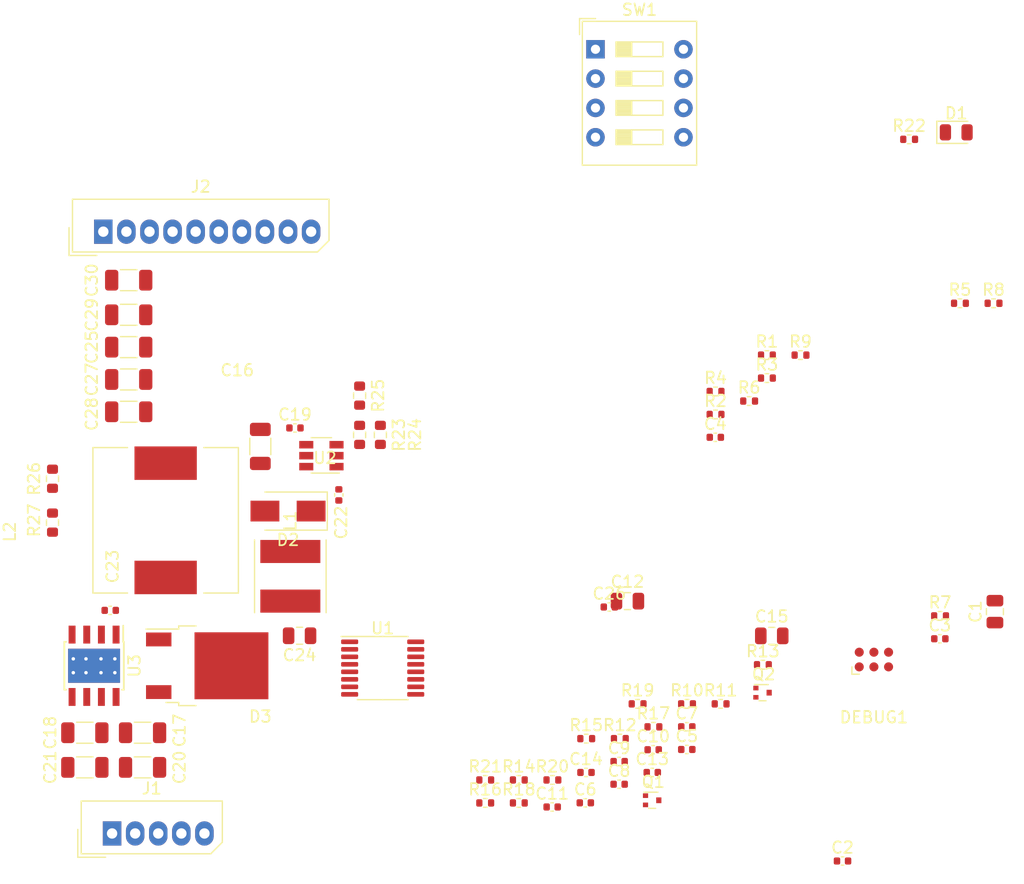
<source format=kicad_pcb>
(kicad_pcb (version 20210606) (generator pcbnew)
  (layers (0 "F.Cu" signal) (31 "B.Cu" signal) (34 "B.Paste" user) (35 "F.Paste" user) (36 "B.SilkS" user "B.Silkscreen") (37 "F.SilkS" user "F.Silkscreen") (38 "B.Mask" user) (39 "F.Mask" user) (44 "Edge.Cuts" user))
  (net 0 "")
  (net 1 "+3V3")
  (net 2 "GND")
  (net 3 "/EN")
  (net 4 "/IO9")
  (net 5 "Net-(C5-Pad1)")
  (net 6 "Net-(C6-Pad1)")
  (net 7 "Net-(C7-Pad1)")
  (net 8 "Net-(C8-Pad1)")
  (net 9 "+12V")
  (net 10 "Net-(C13-Pad1)")
  (net 11 "Net-(C14-Pad1)")
  (net 12 "+24V")
  (net 13 "/Power/PWR_EN")
  (net 14 "/Power/PWR_BOOT")
  (net 15 "/Power/PWR_PHASE")
  (net 16 "Net-(C23-Pad1)")
  (net 17 "/Power/BIG_PH")
  (net 18 "Net-(D1-Pad2)")
  (net 19 "Net-(DEBUG1-Pad2)")
  (net 20 "Net-(DEBUG1-Pad3)")
  (net 21 "Net-(DEBUG1-Pad5)")
  (net 22 "/Parallel_IO/FE_VVIN0")
  (net 23 "/Parallel_IO/FE_VVIN1")
  (net 24 "/Parallel_IO/FE_VVIN2")
  (net 25 "/Parallel_IO/FE_VVIN3")
  (net 26 "/Parallel_IO/FE_VVOU0")
  (net 27 "/Parallel_IO/FE_VVOU1")
  (net 28 "/DIP3")
  (net 29 "/DIP2")
  (net 30 "/DIP1")
  (net 31 "/DIP0")
  (net 32 "/Power/PWR_FB")
  (net 33 "Net-(R24-Pad2)")
  (net 34 "/Power/BIG_VS")
  (footprint "Resistor_SMD:R_0402_1005Metric" (layer "F.Cu") (at 107.54 56.47)
    (fp_text reference "R6" (at 0 -1.17) (layer "F.SilkS"))
    (fp_text value "10k")
    (pad "1" smd roundrect locked (at -0.51 0) (size 0.54 0.64) (layers "F.Cu" "F.Paste" "F.Mask") (net 1 "+3V3"))
    (pad "2" smd roundrect locked (at 0.51 0) (size 0.54 0.64) (layers "F.Cu" "F.Paste" "F.Mask") (net 31 "/DIP0"))
  )
  (footprint "Capacitor_SMD:C_1206_3216Metric" (layer "F.Cu") (at 53.8 54.6 180)
    (fp_text reference "C27" (at 3.2 0 90) (layer "F.SilkS"))
    (fp_text value "10uF 50V")
    (pad "1" smd roundrect locked (at -1.475 0 180) (size 1.15 1.8) (layers "F.Cu" "F.Paste" "F.Mask") (roundrect_rratio 0.217391) (net 9 "+12V"))
    (pad "2" smd roundrect locked (at 1.475 0 180) (size 1.15 1.8) (layers "F.Cu" "F.Paste" "F.Mask") (roundrect_rratio 0.217391) (net 2 "GND"))
  )
  (footprint "Capacitor_SMD:C_0402_1005Metric" (layer "F.Cu") (at 95.43 74.31)
    (fp_text reference "C26" (at 0 -1.16) (layer "F.SilkS"))
    (fp_text value "100nF")
    (pad "1" smd roundrect locked (at -0.48 0) (size 0.56 0.62) (layers "F.Cu" "F.Paste" "F.Mask") (net 1 "+3V3"))
    (pad "2" smd roundrect locked (at 0.48 0) (size 0.56 0.62) (layers "F.Cu" "F.Paste" "F.Mask") (net 2 "GND"))
  )
  (footprint "Connector:Tag-Connect_TC2030-IDC-FP_2x03_P1.27mm_Vertical" (layer "F.Cu") (at 118.3475 78.86)
    (fp_text reference "DEBUG1" (at 0 5) (layer "F.SilkS"))
    (fp_text value "TC2030-IDC")
    (pad "" np_thru_hole circle locked (at 0.635 2.54) (size 2.3749 2.3749) (drill 2.3749) (layers *.Cu *.Mask))
    (pad "" np_thru_hole circle locked (at -2.54 0) (size 0.9906 0.9906) (drill 0.9906) (layers *.Cu *.Mask))
    (pad "" np_thru_hole circle locked (at -2.54 2.54) (size 2.3749 2.3749) (drill 2.3749) (layers *.Cu *.Mask))
    (pad "" np_thru_hole circle locked (at 2.54 -1.016) (size 0.9906 0.9906) (drill 0.9906) (layers *.Cu *.Mask))
    (pad "" np_thru_hole circle locked (at 2.54 1.016) (size 0.9906 0.9906) (drill 0.9906) (layers *.Cu *.Mask))
    (pad "" np_thru_hole circle locked (at 0.635 -2.54) (size 2.3749 2.3749) (drill 2.3749) (layers *.Cu *.Mask))
    (pad "" np_thru_hole circle locked (at -2.54 -2.54) (size 2.3749 2.3749) (drill 2.3749) (layers *.Cu *.Mask))
    (pad "1" connect circle locked (at -1.27 0.635) (size 0.7874 0.7874) (layers "F.Cu" "F.Mask") (net 3 "/EN"))
    (pad "2" connect circle locked (at -1.27 -0.635) (size 0.7874 0.7874) (layers "F.Cu" "F.Mask") (net 19 "Net-(DEBUG1-Pad2)"))
    (pad "3" connect circle locked (at 0 0.635) (size 0.7874 0.7874) (layers "F.Cu" "F.Mask") (net 20 "Net-(DEBUG1-Pad3)"))
    (pad "4" connect circle locked (at 0 -0.635) (size 0.7874 0.7874) (layers "F.Cu" "F.Mask") (net 2 "GND"))
    (pad "5" connect circle locked (at 1.27 0.635) (size 0.7874 0.7874) (layers "F.Cu" "F.Mask") (net 21 "Net-(DEBUG1-Pad5)"))
    (pad "6" connect circle locked (at 1.27 -0.635) (size 0.7874 0.7874) (layers "F.Cu" "F.Mask") (net 4 "/IO9"))
  )
  (footprint "Capacitor_SMD:C_0805_2012Metric" (layer "F.Cu") (at 128.83 74.71 90)
    (fp_text reference "C1" (at 0 -1.68 90) (layer "F.SilkS"))
    (fp_text value "22uF")
    (pad "1" smd roundrect locked (at -0.95 0 90) (size 1 1.45) (layers "F.Cu" "F.Paste" "F.Mask") (net 1 "+3V3"))
    (pad "2" smd roundrect locked (at 0.95 0 90) (size 1 1.45) (layers "F.Cu" "F.Paste" "F.Mask") (net 2 "GND"))
  )
  (footprint "Resistor_SMD:R_0603_1608Metric" (layer "F.Cu") (at 75.6 59.4 -90)
    (fp_text reference "R23" (at 0 -1.6 90) (layer "F.SilkS"))
    (fp_text value "62k")
    (pad "1" smd roundrect locked (at -0.825 0 270) (size 0.8 0.95) (layers "F.Cu" "F.Paste" "F.Mask") (net 1 "+3V3"))
    (pad "2" smd roundrect locked (at 0.825 0 270) (size 0.8 0.95) (layers "F.Cu" "F.Paste" "F.Mask") (net 32 "/Power/PWR_FB"))
  )
  (footprint "Capacitor_SMD:C_0402_1005Metric" (layer "F.Cu") (at 93.35 91.27)
    (fp_text reference "C6" (at 0 -1.16) (layer "F.SilkS"))
    (fp_text value "10nF")
    (pad "1" smd roundrect locked (at -0.48 0) (size 0.56 0.62) (layers "F.Cu" "F.Paste" "F.Mask") (net 6 "Net-(C6-Pad1)"))
    (pad "2" smd roundrect locked (at 0.48 0) (size 0.56 0.62) (layers "F.Cu" "F.Paste" "F.Mask") (net 2 "GND"))
  )
  (footprint "Resistor_SMD:R_0402_1005Metric" (layer "F.Cu") (at 84.68 91.28)
    (fp_text reference "R16" (at 0 -1.17) (layer "F.SilkS"))
    (fp_text value "51k")
    (pad "1" smd roundrect locked (at -0.51 0) (size 0.54 0.64) (layers "F.Cu" "F.Paste" "F.Mask") (net 24 "/Parallel_IO/FE_VVIN2"))
    (pad "2" smd roundrect locked (at 0.51 0) (size 0.54 0.64) (layers "F.Cu" "F.Paste" "F.Mask") (net 7 "Net-(C7-Pad1)"))
  )
  (footprint "Package_TO_SOT_SMD:TSOT-23-6" (layer "F.Cu") (at 70.49 61.2 180)
    (fp_text reference "U2" (at -0.31 -0.2) (layer "F.SilkS"))
    (fp_text value "RT8259GJ6")
    (pad "1" smd rect locked (at -1.31 -0.95 180) (size 1.22 0.65) (layers "F.Cu" "F.Paste" "F.Mask") (net 14 "/Power/PWR_BOOT"))
    (pad "2" smd rect locked (at -1.31 0 180) (size 1.22 0.65) (layers "F.Cu" "F.Paste" "F.Mask") (net 2 "GND"))
    (pad "3" smd rect locked (at -1.31 0.95 180) (size 1.22 0.65) (layers "F.Cu" "F.Paste" "F.Mask") (net 32 "/Power/PWR_FB"))
    (pad "4" smd rect locked (at 1.31 0.95 180) (size 1.22 0.65) (layers "F.Cu" "F.Paste" "F.Mask") (net 13 "/Power/PWR_EN"))
    (pad "5" smd rect locked (at 1.31 0 180) (size 1.22 0.65) (layers "F.Cu" "F.Paste" "F.Mask") (net 9 "+12V"))
    (pad "6" smd rect locked (at 1.31 -0.95 180) (size 1.22 0.65) (layers "F.Cu" "F.Paste" "F.Mask") (net 15 "/Power/PWR_PHASE"))
  )
  (footprint "Capacitor_SMD:C_0402_1005Metric" (layer "F.Cu") (at 68.2 58.8)
    (fp_text reference "C19" (at 0 -1.16) (layer "F.SilkS"))
    (fp_text value "100nF")
    (pad "1" smd roundrect locked (at -0.48 0) (size 0.56 0.62) (layers "F.Cu" "F.Paste" "F.Mask") (net 13 "/Power/PWR_EN"))
    (pad "2" smd roundrect locked (at 0.48 0) (size 0.56 0.62) (layers "F.Cu" "F.Paste" "F.Mask") (net 2 "GND"))
  )
  (footprint "Package_SO:TSSOP-16_4.4x5mm_P0.65mm" (layer "F.Cu") (at 75.8 79.6)
    (fp_text reference "U1" (at 0 -3.45) (layer "F.SilkS"))
    (fp_text value "74HC4049")
    (pad "1" smd roundrect locked (at -2.8625 -2.275) (size 1.475 0.4) (layers "F.Cu" "F.Paste" "F.Mask") (net 1 "+3V3"))
    (pad "2" smd roundrect locked (at -2.8625 -1.625) (size 1.475 0.4) (layers "F.Cu" "F.Paste" "F.Mask"))
    (pad "3" smd roundrect locked (at -2.8625 -0.975) (size 1.475 0.4) (layers "F.Cu" "F.Paste" "F.Mask") (net 8 "Net-(C8-Pad1)"))
    (pad "4" smd roundrect locked (at -2.8625 -0.325) (size 1.475 0.4) (layers "F.Cu" "F.Paste" "F.Mask"))
    (pad "5" smd roundrect locked (at -2.8625 0.325) (size 1.475 0.4) (layers "F.Cu" "F.Paste" "F.Mask") (net 7 "Net-(C7-Pad1)"))
    (pad "6" smd roundrect locked (at -2.8625 0.975) (size 1.475 0.4) (layers "F.Cu" "F.Paste" "F.Mask"))
    (pad "7" smd roundrect locked (at -2.8625 1.625) (size 1.475 0.4) (layers "F.Cu" "F.Paste" "F.Mask") (net 6 "Net-(C6-Pad1)"))
    (pad "8" smd roundrect locked (at -2.8625 2.275) (size 1.475 0.4) (layers "F.Cu" "F.Paste" "F.Mask") (net 2 "GND"))
    (pad "9" smd roundrect locked (at 2.8625 2.275) (size 1.475 0.4) (layers "F.Cu" "F.Paste" "F.Mask") (net 5 "Net-(C5-Pad1)"))
    (pad "10" smd roundrect locked (at 2.8625 1.625) (size 1.475 0.4) (layers "F.Cu" "F.Paste" "F.Mask"))
    (pad "11" smd roundrect locked (at 2.8625 0.975) (size 1.475 0.4) (layers "F.Cu" "F.Paste" "F.Mask") (net 10 "Net-(C13-Pad1)"))
    (pad "12" smd roundrect locked (at 2.8625 0.325) (size 1.475 0.4) (layers "F.Cu" "F.Paste" "F.Mask"))
    (pad "13" smd roundrect locked (at 2.8625 -0.325) (size 1.475 0.4) (layers "F.Cu" "F.Paste" "F.Mask"))
    (pad "14" smd roundrect locked (at 2.8625 -0.975) (size 1.475 0.4) (layers "F.Cu" "F.Paste" "F.Mask") (net 11 "Net-(C14-Pad1)"))
    (pad "15" smd roundrect locked (at 2.8625 -1.625) (size 1.475 0.4) (layers "F.Cu" "F.Paste" "F.Mask"))
    (pad "16" smd roundrect locked (at 2.8625 -2.275) (size 1.475 0.4) (layers "F.Cu" "F.Paste" "F.Mask"))
  )
  (footprint "Resistor_SMD:R_0402_1005Metric" (layer "F.Cu") (at 104.63 55.64)
    (fp_text reference "R4" (at 0 -1.17) (layer "F.SilkS"))
    (fp_text value "10k")
    (pad "1" smd roundrect locked (at -0.51 0) (size 0.54 0.64) (layers "F.Cu" "F.Paste" "F.Mask") (net 1 "+3V3"))
    (pad "2" smd roundrect locked (at 0.51 0) (size 0.54 0.64) (layers "F.Cu" "F.Paste" "F.Mask") (net 29 "/DIP2"))
  )
  (footprint "Resistor_SMD:R_0402_1005Metric" (layer "F.Cu") (at 108.73 79.31)
    (fp_text reference "R13" (at 0 -1.17) (layer "F.SilkS"))
    (fp_text value "4.7k")
    (pad "1" smd roundrect locked (at -0.51 0) (size 0.54 0.64) (layers "F.Cu" "F.Paste" "F.Mask") (net 25 "/Parallel_IO/FE_VVIN3"))
    (pad "2" smd roundrect locked (at 0.51 0) (size 0.54 0.64) (layers "F.Cu" "F.Paste" "F.Mask") (net 9 "+12V"))
  )
  (footprint "Resistor_SMD:R_0402_1005Metric" (layer "F.Cu") (at 109.08 52.49)
    (fp_text reference "R1" (at 0 -1.17) (layer "F.SilkS"))
    (fp_text value "10k")
    (pad "1" smd roundrect locked (at -0.51 0) (size 0.54 0.64) (layers "F.Cu" "F.Paste" "F.Mask") (net 1 "+3V3"))
    (pad "2" smd roundrect locked (at 0.51 0) (size 0.54 0.64) (layers "F.Cu" "F.Paste" "F.Mask") (net 3 "/EN"))
  )
  (footprint "Capacitor_SMD:C_0402_1005Metric" (layer "F.Cu") (at 96.28 89.66)
    (fp_text reference "C8" (at 0 -1.16) (layer "F.SilkS"))
    (fp_text value "10nF")
    (pad "1" smd roundrect locked (at -0.48 0) (size 0.56 0.62) (layers "F.Cu" "F.Paste" "F.Mask") (net 8 "Net-(C8-Pad1)"))
    (pad "2" smd roundrect locked (at 0.48 0) (size 0.56 0.62) (layers "F.Cu" "F.Paste" "F.Mask") (net 2 "GND"))
  )
  (footprint "Resistor_SMD:R_0402_1005Metric" (layer "F.Cu") (at 99.25 84.69)
    (fp_text reference "R17" (at 0 -1.17) (layer "F.SilkS"))
    (fp_text value "51k")
    (pad "1" smd roundrect locked (at -0.51 0) (size 0.54 0.64) (layers "F.Cu" "F.Paste" "F.Mask") (net 25 "/Parallel_IO/FE_VVIN3"))
    (pad "2" smd roundrect locked (at 0.51 0) (size 0.54 0.64) (layers "F.Cu" "F.Paste" "F.Mask") (net 8 "Net-(C8-Pad1)"))
  )
  (footprint "Resistor_SMD:R_0402_1005Metric" (layer "F.Cu") (at 109.08 54.48)
    (fp_text reference "R3" (at 0 -1.17) (layer "F.SilkS"))
    (fp_text value "10k")
    (pad "1" smd roundrect locked (at -0.51 0) (size 0.54 0.64) (layers "F.Cu" "F.Paste" "F.Mask") (net 1 "+3V3"))
    (pad "2" smd roundrect locked (at 0.51 0) (size 0.54 0.64) (layers "F.Cu" "F.Paste" "F.Mask") (net 28 "/DIP3"))
  )
  (footprint "Diode_SMD:D_SMA" (layer "F.Cu") (at 67.6 66 180)
    (fp_text reference "D2" (at 0 -2.5) (layer "F.SilkS"))
    (fp_text value "B240AQ-13-F")
    (pad "1" smd rect locked (at -2 0 180) (size 2.5 1.8) (layers "F.Cu" "F.Paste" "F.Mask") (net 15 "/Power/PWR_PHASE"))
    (pad "2" smd rect locked (at 2 0 180) (size 2.5 1.8) (layers "F.Cu" "F.Paste" "F.Mask") (net 2 "GND"))
  )
  (footprint "Capacitor_SMD:C_0402_1005Metric" (layer "F.Cu") (at 115.63 96.31)
    (fp_text reference "C2" (at 0 -1.16) (layer "F.SilkS"))
    (fp_text value "100nF")
    (pad "1" smd roundrect locked (at -0.48 0) (size 0.56 0.62) (layers "F.Cu" "F.Paste" "F.Mask") (net 3 "/EN"))
    (pad "2" smd roundrect locked (at 0.48 0) (size 0.56 0.62) (layers "F.Cu" "F.Paste" "F.Mask") (net 2 "GND"))
  )
  (footprint "Inductor_SMD:L_12x12mm_H6mm" (layer "F.Cu") (at 57 66.8 90)
    (fp_text reference "L2" (at -1 -13.5 90) (layer "F.SilkS"))
    (fp_text value "MCF-1040-330-N2")
    (pad "1" smd rect locked (at -4.95 0 90) (size 2.9 5.4) (layers "F.Cu" "F.Paste" "F.Mask") (net 17 "/Power/BIG_PH"))
    (pad "2" smd rect locked (at 4.95 0 90) (size 2.9 5.4) (layers "F.Cu" "F.Paste" "F.Mask") (net 9 "+12V"))
  )
  (footprint "Resistor_SMD:R_0402_1005Metric" (layer "F.Cu") (at 87.59 91.28)
    (fp_text reference "R18" (at 0 -1.17) (layer "F.SilkS"))
    (fp_text value "4.7k")
    (pad "1" smd roundrect locked (at -0.51 0) (size 0.54 0.64) (layers "F.Cu" "F.Paste" "F.Mask") (net 26 "/Parallel_IO/FE_VVOU0"))
    (pad "2" smd roundrect locked (at 0.51 0) (size 0.54 0.64) (layers "F.Cu" "F.Paste" "F.Mask") (net 9 "+12V"))
  )
  (footprint "LED_SMD:LED_0805_2012Metric" (layer "F.Cu") (at 125.48 33.195)
    (fp_text reference "D1" (at 0 -1.65) (layer "F.SilkS"))
    (fp_text value "LED_RED")
    (pad "1" smd roundrect locked (at -0.9375 0) (size 0.975 1.4) (layers "F.Cu" "F.Paste" "F.Mask") (net 2 "GND"))
    (pad "2" smd roundrect locked (at 0.9375 0) (size 0.975 1.4) (layers "F.Cu" "F.Paste" "F.Mask") (net 18 "Net-(D1-Pad2)"))
  )
  (footprint "Connector_Extended_Molex_53014:Molex_MicroBlade_53014-1000_1x10_P2.00mm_Vertical" (layer "F.Cu") (at 51.6 41.8)
    (fp_text reference "J2" (at 8.44 -3.9) (layer "F.SilkS"))
    (fp_text value "53014-1010")
    (pad "1" thru_hole rect locked (at 0 0) (size 1.6 2.1) (drill 0.9) (layers *.Cu *.Mask) (net 2 "GND"))
    (pad "2" thru_hole oval locked (at 2 0) (size 1.6 2.1) (drill 0.9) (layers *.Cu *.Mask) (net 2 "GND"))
    (pad "3" thru_hole oval locked (at 4 0) (size 1.6 2.1) (drill 0.9) (layers *.Cu *.Mask) (net 9 "+12V"))
    (pad "4" thru_hole oval locked (at 6 0) (size 1.6 2.1) (drill 0.9) (layers *.Cu *.Mask) (net 9 "+12V"))
    (pad "5" thru_hole oval locked (at 8 0) (size 1.6 2.1) (drill 0.9) (layers *.Cu *.Mask))
    (pad "6" thru_hole oval locked (at 10 0) (size 1.6 2.1) (drill 0.9) (layers *.Cu *.Mask))
    (pad "7" thru_hole oval locked (at 12 0) (size 1.6 2.1) (drill 0.9) (layers *.Cu *.Mask))
    (pad "8" thru_hole oval locked (at 14 0) (size 1.6 2.1) (drill 0.9) (layers *.Cu *.Mask))
    (pad "9" thru_hole oval locked (at 16 0) (size 1.6 2.1) (drill 0.9) (layers *.Cu *.Mask))
    (pad "10" thru_hole oval locked (at 18 0) (size 1.6 2.1) (drill 0.9) (layers *.Cu *.Mask))
  )
  (footprint "Resistor_SMD:R_0402_1005Metric" (layer "F.Cu") (at 105.07 82.7)
    (fp_text reference "R11" (at 0 -1.17) (layer "F.SilkS"))
    (fp_text value "4.7k")
    (pad "1" smd roundrect locked (at -0.51 0) (size 0.54 0.64) (layers "F.Cu" "F.Paste" "F.Mask") (net 23 "/Parallel_IO/FE_VVIN1"))
    (pad "2" smd roundrect locked (at 0.51 0) (size 0.54 0.64) (layers "F.Cu" "F.Paste" "F.Mask") (net 9 "+12V"))
  )
  (footprint "Resistor_SMD:R_0402_1005Metric" (layer "F.Cu") (at 121.4 33.8)
    (fp_text reference "R22" (at 0 -1.17) (layer "F.SilkS"))
    (fp_text value "4.7k")
    (pad "1" smd roundrect locked (at -0.51 0) (size 0.54 0.64) (layers "F.Cu" "F.Paste" "F.Mask") (net 1 "+3V3"))
    (pad "2" smd roundrect locked (at 0.51 0) (size 0.54 0.64) (layers "F.Cu" "F.Paste" "F.Mask") (net 18 "Net-(D1-Pad2)"))
  )
  (footprint "Resistor_SMD:R_0603_1608Metric" (layer "F.Cu") (at 73.8 56 90)
    (fp_text reference "R25" (at 0 1.6 90) (layer "F.SilkS"))
    (fp_text value "3.6k")
    (pad "1" smd roundrect locked (at -0.825 0 90) (size 0.8 0.95) (layers "F.Cu" "F.Paste" "F.Mask") (net 33 "Net-(R24-Pad2)"))
    (pad "2" smd roundrect locked (at 0.825 0 90) (size 0.8 0.95) (layers "F.Cu" "F.Paste" "F.Mask") (net 2 "GND"))
  )
  (footprint "Resistor_SMD:R_0603_1608Metric" (layer "F.Cu") (at 47.2 63.2 -90)
    (fp_text reference "R26" (at 0 1.6 90) (layer "F.SilkS"))
    (fp_text value "10k")
    (pad "1" smd roundrect locked (at -0.825 0 270) (size 0.8 0.95) (layers "F.Cu" "F.Paste" "F.Mask") (net 9 "+12V"))
    (pad "2" smd roundrect locked (at 0.825 0 270) (size 0.8 0.95) (layers "F.Cu" "F.Paste" "F.Mask") (net 34 "/Power/BIG_VS"))
  )
  (footprint "Resistor_SMD:R_0402_1005Metric" (layer "F.Cu") (at 97.88 82.7)
    (fp_text reference "R19" (at 0 -1.17) (layer "F.SilkS"))
    (fp_text value "4.7k")
    (pad "1" smd roundrect locked (at -0.51 0) (size 0.54 0.64) (layers "F.Cu" "F.Paste" "F.Mask") (net 27 "/Parallel_IO/FE_VVOU1"))
    (pad "2" smd roundrect locked (at 0.51 0) (size 0.54 0.64) (layers "F.Cu" "F.Paste" "F.Mask") (net 9 "+12V"))
  )
  (footprint "Capacitor_SMD:C_0402_1005Metric" (layer "F.Cu") (at 124.0575 77.06)
    (fp_text reference "C3" (at 0 -1.16) (layer "F.SilkS"))
    (fp_text value "100nF")
    (pad "1" smd roundrect locked (at -0.48 0) (size 0.56 0.62) (layers "F.Cu" "F.Paste" "F.Mask") (net 4 "/IO9"))
    (pad "2" smd roundrect locked (at 0.48 0) (size 0.56 0.62) (layers "F.Cu" "F.Paste" "F.Mask") (net 2 "GND"))
  )
  (footprint "Capacitor_SMD:C_0402_1005Metric" (layer "F.Cu") (at 72 64.6 -90)
    (fp_text reference "C22" (at 2.4 -0.2 90) (layer "F.SilkS"))
    (fp_text value "10nF")
    (pad "1" smd roundrect locked (at -0.48 0 270) (size 0.56 0.62) (layers "F.Cu" "F.Paste" "F.Mask") (net 14 "/Power/PWR_BOOT"))
    (pad "2" smd roundrect locked (at 0.48 0 270) (size 0.56 0.62) (layers "F.Cu" "F.Paste" "F.Mask") (net 15 "/Power/PWR_PHASE"))
  )
  (footprint "Package_TO_SOT_SMD:SOT-723" (layer "F.Cu") (at 108.7 81.73)
    (fp_text reference "Q2" (at 0.1 -1.6) (layer "F.SilkS"))
    (fp_text value "NTK3134NT1G")
    (pad "1" smd rect locked (at -0.575 -0.4) (size 0.45 0.4) (layers "F.Cu" "F.Paste" "F.Mask"))
    (pad "2" smd rect locked (at -0.575 0.4) (size 0.45 0.4) (layers "F.Cu" "F.Paste" "F.Mask") (net 2 "GND"))
    (pad "3" smd rect locked (at 0.575 0) (size 0.45 0.5) (layers "F.Cu" "F.Paste" "F.Mask") (net 27 "/Parallel_IO/FE_VVOU1"))
  )
  (footprint "Capacitor_SMD:C_0402_1005Metric" (layer "F.Cu") (at 52.2 74.6)
    (fp_text reference "C23" (at 0.2 -3.8 90) (layer "F.SilkS"))
    (fp_text value "10nF")
    (pad "1" smd roundrect locked (at -0.48 0) (size 0.56 0.62) (layers "F.Cu" "F.Paste" "F.Mask") (net 16 "Net-(C23-Pad1)"))
    (pad "2" smd roundrect locked (at 0.48 0) (size 0.56 0.62) (layers "F.Cu" "F.Paste" "F.Mask") (net 17 "/Power/BIG_PH"))
  )
  (footprint "Capacitor_SMD:C_1206_3216Metric" (layer "F.Cu") (at 65.2 60.4 90)
    (fp_text reference "C16" (at 6.6 -2) (layer "F.SilkS"))
    (fp_text value "10uF 50V")
    (pad "1" smd roundrect locked (at -1.475 0 90) (size 1.15 1.8) (layers "F.Cu" "F.Paste" "F.Mask") (roundrect_rratio 0.217391) (net 9 "+12V"))
    (pad "2" smd roundrect locked (at 1.475 0 90) (size 1.15 1.8) (layers "F.Cu" "F.Paste" "F.Mask") (roundrect_rratio 0.217391) (net 2 "GND"))
  )
  (footprint "Capacitor_SMD:C_1206_3216Metric" (layer "F.Cu") (at 50 85.2 180)
    (fp_text reference "C18" (at 3 0 90) (layer "F.SilkS"))
    (fp_text value "10uF 50V")
    (pad "1" smd roundrect locked (at -1.475 0 180) (size 1.15 1.8) (layers "F.Cu" "F.Paste" "F.Mask") (roundrect_rratio 0.217391) (net 12 "+24V"))
    (pad "2" smd roundrect locked (at 1.475 0 180) (size 1.15 1.8) (layers "F.Cu" "F.Paste" "F.Mask") (roundrect_rratio 0.217391) (net 2 "GND"))
  )
  (footprint "Capacitor_SMD:C_0402_1005Metric" (layer "F.Cu") (at 102.14 84.68)
    (fp_text reference "C7" (at 0 -1.16) (layer "F.SilkS"))
    (fp_text value "10nF")
    (pad "1" smd roundrect locked (at -0.48 0) (size 0.56 0.62) (layers "F.Cu" "F.Paste" "F.Mask") (net 7 "Net-(C7-Pad1)"))
    (pad "2" smd roundrect locked (at 0.48 0) (size 0.56 0.62) (layers "F.Cu" "F.Paste" "F.Mask") (net 2 "GND"))
  )
  (footprint "Capacitor_SMD:C_0805_2012Metric" (layer "F.Cu") (at 68.6 76.8 180)
    (fp_text reference "C24" (at 0 -1.68) (layer "F.SilkS"))
    (fp_text value "22uF")
    (pad "1" smd roundrect locked (at -0.95 0 180) (size 1 1.45) (layers "F.Cu" "F.Paste" "F.Mask") (net 1 "+3V3"))
    (pad "2" smd roundrect locked (at 0.95 0 180) (size 1 1.45) (layers "F.Cu" "F.Paste" "F.Mask") (net 2 "GND"))
  )
  (footprint "Capacitor_SMD:C_0805_2012Metric" (layer "F.Cu") (at 97 73.8)
    (fp_text reference "C12" (at 0 -1.68) (layer "F.SilkS"))
    (fp_text value "22uF")
    (pad "1" smd roundrect locked (at -0.95 0) (size 1 1.45) (layers "F.Cu" "F.Paste" "F.Mask") (net 9 "+12V"))
    (pad "2" smd roundrect locked (at 0.95 0) (size 1 1.45) (layers "F.Cu" "F.Paste" "F.Mask") (net 2 "GND"))
  )
  (footprint "Resistor_SMD:R_0603_1608Metric" (layer "F.Cu") (at 73.8 59.4 90)
    (fp_text reference "R24" (at 0 4.8 90) (layer "F.SilkS"))
    (fp_text value "16k")
    (pad "1" smd roundrect locked (at -0.825 0 90) (size 0.8 0.95) (layers "F.Cu" "F.Paste" "F.Mask") (net 32 "/Power/PWR_FB"))
    (pad "2" smd roundrect locked (at 0.825 0 90) (size 0.8 0.95) (layers "F.Cu" "F.Paste" "F.Mask") (net 33 "Net-(R24-Pad2)"))
  )
  (footprint "Capacitor_SMD:C_0402_1005Metric" (layer "F.Cu") (at 102.14 86.65)
    (fp_text reference "C5" (at 0 -1.16) (layer "F.SilkS"))
    (fp_text value "10nF")
    (pad "1" smd roundrect locked (at -0.48 0) (size 0.56 0.62) (layers "F.Cu" "F.Paste" "F.Mask") (net 5 "Net-(C5-Pad1)"))
    (pad "2" smd roundrect locked (at 0.48 0) (size 0.56 0.62) (layers "F.Cu" "F.Paste" "F.Mask") (net 2 "GND"))
  )
  (footprint "Resistor_SMD:R_0402_1005Metric" (layer "F.Cu") (at 90.5 89.29)
    (fp_text reference "R20" (at 0 -1.17) (layer "F.SilkS"))
    (fp_text value "51k")
    (pad "1" smd roundrect locked (at -0.51 0) (size 0.54 0.64) (layers "F.Cu" "F.Paste" "F.Mask"))
    (pad "2" smd roundrect locked (at 0.51 0) (size 0.54 0.64) (layers "F.Cu" "F.Paste" "F.Mask") (net 10 "Net-(C13-Pad1)"))
  )
  (footprint "Resistor_SMD:R_0402_1005Metric" (layer "F.Cu") (at 124.0775 75.08)
    (fp_text reference "R7" (at 0 -1.17) (layer "F.SilkS"))
    (fp_text value "100")
    (pad "1" smd roundrect locked (at -0.51 0) (size 0.54 0.64) (layers "F.Cu" "F.Paste" "F.Mask"))
    (pad "2" smd roundrect locked (at 0.51 0) (size 0.54 0.64) (layers "F.Cu" "F.Paste" "F.Mask") (net 20 "Net-(DEBUG1-Pad3)"))
  )
  (footprint "Resistor_SMD:R_0603_1608Metric" (layer "F.Cu") (at 47.2 67 -90)
    (fp_text reference "R27" (at -0.2 1.6 90) (layer "F.SilkS"))
    (fp_text value "1.13k")
    (pad "1" smd roundrect locked (at -0.825 0 270) (size 0.8 0.95) (layers "F.Cu" "F.Paste" "F.Mask") (net 34 "/Power/BIG_VS"))
    (pad "2" smd roundrect locked (at 0.825 0 270) (size 0.8 0.95) (layers "F.Cu" "F.Paste" "F.Mask") (net 2 "GND"))
  )
  (footprint "Capacitor_SMD:C_1206_3216Metric" (layer "F.Cu") (at 55 85.2)
    (fp_text reference "C17" (at 3.2 -0.2 90) (layer "F.SilkS"))
    (fp_text value "10uF 50V")
    (pad "1" smd roundrect locked (at -1.475 0) (size 1.15 1.8) (layers "F.Cu" "F.Paste" "F.Mask") (roundrect_rratio 0.217391) (net 12 "+24V"))
    (pad "2" smd roundrect locked (at 1.475 0) (size 1.15 1.8) (layers "F.Cu" "F.Paste" "F.Mask") (roundrect_rratio 0.217391) (net 2 "GND"))
  )
  (footprint "Capacitor_SMD:C_0402_1005Metric" (layer "F.Cu") (at 96.28 87.69)
    (fp_text reference "C9" (at 0 -1.16) (layer "F.SilkS"))
    (fp_text value "100nF")
    (pad "1" smd roundrect locked (at -0.48 0) (size 0.56 0.62) (layers "F.Cu" "F.Paste" "F.Mask") (net 1 "+3V3"))
    (pad "2" smd roundrect locked (at 0.48 0) (size 0.56 0.62) (layers "F.Cu" "F.Paste" "F.Mask") (net 2 "GND"))
  )
  (footprint "Resistor_SMD:R_0402_1005Metric" (layer "F.Cu") (at 84.68 89.29)
    (fp_text reference "R21" (at 0 -1.17) (layer "F.SilkS"))
    (fp_text value "51k")
    (pad "1" smd roundrect locked (at -0.51 0) (size 0.54 0.64) (layers "F.Cu" "F.Paste" "F.Mask"))
    (pad "2" smd roundrect locked (at 0.51 0) (size 0.54 0.64) (layers "F.Cu" "F.Paste" "F.Mask") (net 11 "Net-(C14-Pad1)"))
  )
  (footprint "Capacitor_SMD:C_0805_2012Metric" (layer "F.Cu") (at 109.5 76.81)
    (fp_text reference "C15" (at 0 -1.68) (layer "F.SilkS"))
    (fp_text value "22uF")
    (pad "1" smd roundrect locked (at -0.95 0) (size 1 1.45) (layers "F.Cu" "F.Paste" "F.Mask") (net 9 "+12V"))
    (pad "2" smd roundrect locked (at 0.95 0) (size 1 1.45) (layers "F.Cu" "F.Paste" "F.Mask") (net 2 "GND"))
  )
  (footprint "Capacitor_SMD:C_1206_3216Metric" (layer "F.Cu") (at 53.8 57.4 180)
    (fp_text reference "C28" (at 3.2 -0.2 90) (layer "F.SilkS"))
    (fp_text value "10uF 50V")
    (pad "1" smd roundrect locked (at -1.475 0 180) (size 1.15 1.8) (layers "F.Cu" "F.Paste" "F.Mask") (roundrect_rratio 0.217391) (net 9 "+12V"))
    (pad "2" smd roundrect locked (at 1.475 0 180) (size 1.15 1.8) (layers "F.Cu" "F.Paste" "F.Mask") (roundrect_rratio 0.217391) (net 2 "GND"))
  )
  (footprint "Capacitor_SMD:C_1206_3216Metric" (layer "F.Cu") (at 50 88.2 180)
    (fp_text reference "C21" (at 3 0 90) (layer "F.SilkS"))
    (fp_text value "10uF 50V")
    (pad "1" smd roundrect locked (at -1.475 0 180) (size 1.15 1.8) (layers "F.Cu" "F.Paste" "F.Mask") (roundrect_rratio 0.217391) (net 12 "+24V"))
    (pad "2" smd roundrect locked (at 1.475 0 180) (size 1.15 1.8) (layers "F.Cu" "F.Paste" "F.Mask") (roundrect_rratio 0.217391) (net 2 "GND"))
  )
  (footprint "Resistor_SMD:R_0402_1005Metric" (layer "F.Cu") (at 128.71 48)
    (fp_text reference "R8" (at 0 -1.17) (layer "F.SilkS"))
    (fp_text value "100")
    (pad "1" smd roundrect locked (at -0.51 0) (size 0.54 0.64) (layers "F.Cu" "F.Paste" "F.Mask"))
    (pad "2" smd roundrect locked (at 0.51 0) (size 0.54 0.64) (layers "F.Cu" "F.Paste" "F.Mask") (net 21 "Net-(DEBUG1-Pad5)"))
  )
  (footprint "Capacitor_SMD:C_1206_3216Metric" (layer "F.Cu") (at 53.8 46 180)
    (fp_text reference "C30" (at 3.2 0 90) (layer "F.SilkS"))
    (fp_text value "10uF 50V")
    (pad "1" smd roundrect locked (at -1.475 0 180) (size 1.15 1.8) (layers "F.Cu" "F.Paste" "F.Mask") (roundrect_rratio 0.217391) (net 9 "+12V"))
    (pad "2" smd roundrect locked (at 1.475 0 180) (size 1.15 1.8) (layers "F.Cu" "F.Paste" "F.Mask") (roundrect_rratio 0.217391) (net 2 "GND"))
  )
  (footprint "Resistor_SMD:R_0402_1005Metric" (layer "F.Cu") (at 111.99 52.49)
    (fp_text reference "R9" (at 0 -1.17) (layer "F.SilkS"))
    (fp_text value "100")
    (pad "1" smd roundrect locked (at -0.51 0) (size 0.54 0.64) (layers "F.Cu" "F.Paste" "F.Mask") (net 1 "+3V3"))
    (pad "2" smd roundrect locked (at 0.51 0) (size 0.54 0.64) (layers "F.Cu" "F.Paste" "F.Mask") (net 19 "Net-(DEBUG1-Pad2)"))
  )
  (footprint "Capacitor_SMD:C_0402_1005Metric" (layer "F.Cu") (at 90.48 91.63)
    (fp_text reference "C11" (at 0 -1.16) (layer "F.SilkS"))
    (fp_text value "100nF")
    (pad "1" smd roundrect locked (at -0.48 0) (size 0.56 0.62) (layers "F.Cu" "F.Paste" "F.Mask") (net 9 "+12V"))
    (pad "2" smd roundrect locked (at 0.48 0) (size 0.56 0.62) (layers "F.Cu" "F.Paste" "F.Mask") (net 2 "GND"))
  )
  (footprint "Capacitor_SMD:C_1206_3216Metric" (layer "F.Cu") (at 53.8 49 180)
    (fp_text reference "C29" (at 3.2 0 90) (layer "F.SilkS"))
    (fp_text value "10uF 50V")
    (pad "1" smd roundrect locked (at -1.475 0 180) (size 1.15 1.8) (layers "F.Cu" "F.Paste" "F.Mask") (roundrect_rratio 0.217391) (net 9 "+12V"))
    (pad "2" smd roundrect locked (at 1.475 0 180) (size 1.15 1.8) (layers "F.Cu" "F.Paste" "F.Mask") (roundrect_rratio 0.217391) (net 2 "GND"))
  )
  (footprint "Resistor_SMD:R_0402_1005Metric" (layer "F.Cu") (at 102.16 82.7)
    (fp_text reference "R10" (at 0 -1.17) (layer "F.SilkS"))
    (fp_text value "4.7k")
    (pad "1" smd roundrect locked (at -0.51 0) (size 0.54 0.64) (layers "F.Cu" "F.Paste" "F.Mask") (net 22 "/Parallel_IO/FE_VVIN0"))
    (pad "2" smd roundrect locked (at 0.51 0) (size 0.54 0.64) (layers "F.Cu" "F.Paste" "F.Mask") (net 9 "+12V"))
  )
  (footprint "Resistor_SMD:R_0402_1005Metric" (layer "F.Cu") (at 87.59 89.29)
    (fp_text reference "R14" (at 0 -1.17) (layer "F.SilkS"))
    (fp_text value "51k")
    (pad "1" smd roundrect locked (at -0.51 0) (size 0.54 0.64) (layers "F.Cu" "F.Paste" "F.Mask") (net 22 "/Parallel_IO/FE_VVIN0"))
    (pad "2" smd roundrect locked (at 0.51 0) (size 0.54 0.64) (layers "F.Cu" "F.Paste" "F.Mask") (net 5 "Net-(C5-Pad1)"))
  )
  (footprint "Package_SO:TI_SO-PowerPAD-8_ThermalVias" (layer "F.Cu") (at 50.8 79.4 -90)
    (fp_text reference "U3" (at 0 -3.5 90) (layer "F.SilkS"))
    (fp_text value "TPS5430DDA")
    (pad "1" smd rect locked (at -2.7 -1.905 270) (size 1.55 0.6) (layers "F.Cu" "F.Paste" "F.Mask") (net 16 "Net-(C23-Pad1)"))
    (pad "2" smd rect locked (at -2.7 -0.635 270) (size 1.55 0.6) (layers "F.Cu" "F.Paste" "F.Mask"))
    (pad "3" smd rect locked (at -2.7 0.635 270) (size 1.55 0.6) (layers "F.Cu" "F.Paste" "F.Mask"))
    (pad "4" smd rect locked (at -2.7 1.905 270) (size 1.55 0.6) (layers "F.Cu" "F.Paste" "F.Mask") (net 34 "/Power/BIG_VS"))
    (pad "5" smd rect locked (at 2.7 1.905 270) (size 1.55 0.6) (layers "F.Cu" "F.Paste" "F.Mask"))
    (pad "6" smd rect locked (at 2.7 0.635 270) (size 1.55 0.6) (layers "F.Cu" "F.Paste" "F.Mask") (net 2 "GND"))
    (pad "7" smd rect locked (at 2.7 -0.635 270) (size 1.55 0.6) (layers "F.Cu" "F.Paste" "F.Mask") (net 12 "+24V"))
    (pad "8" smd rect locked (at 2.7 -1.905 270) (size 1.55 0.6) (layers "F.Cu" "F.Paste" "F.Mask") (net 17 "/Power/BIG_PH"))
    (pad "9" thru_hole circle locked (at -0.6 1.8 270) (size 0.6 0.6) (drill 0.3) (layers *.Cu) (net 2 "GND"))
    (pad "9" thru_hole circle locked (at 0.6 -0.6 270) (size 0.6 0.6) (drill 0.3) (layers *.Cu) (net 2 "GND"))
    (pad "9" thru_hole circle locked (at -0.6 -0.6 270) (size 0.6 0.6) (drill 0.3) (layers *.Cu) (net 2 "GND"))
    (pad "9" thru_hole circle locked (at 0.6 0.7 270) (size 0.6 0.6) (drill 0.3) (layers *.Cu) (net 2 "GND"))
    (pad "9" thru_hole circle locked (at 0.6 1.8 270) (size 0.6 0.6) (drill 0.3) (layers *.Cu) (net 2 "GND"))
    (pad "9" smd rect locked (at 0 0 270) (size 2.6 3.1) (layers "F.Cu" "F.Paste" "F.Mask") (net 2 "GND"))
    (pad "9" thru_hole circle locked (at -0.6 -1.8 270) (size 0.6 0.6) (drill 0.3) (layers *.Cu) (net 2 "GND"))
    (pad "9" thru_hole circle locked (at -0.6 0.7 270) (size 0.6 0.6) (drill 0.3) (layers *.Cu) (net 2 "GND"))
    (pad "9" thru_hole circle locked (at 0.6 -1.8 270) (size 0.6 0.6) (drill 0.3) (layers *.Cu) (net 2 "GND"))
    (pad "9" smd rect locked (at 0 0 270) (size 2.95 4.5) (layers "F.Cu") (net 2 "GND"))
    (pad "9" smd rect locked (at 0 0 270) (size 2.95 4.5) (layers "B.Cu") (net 2 "GND"))
  )
  (footprint "Package_TO_SOT_SMD:SOT-723" (layer "F.Cu") (at 99.14 91.05)
    (fp_text reference "Q1" (at 0.1 -1.6) (layer "F.SilkS"))
    (fp_text value "NTK3134NT1G")
    (pad "1" smd rect locked (at -0.575 -0.4) (size 0.45 0.4) (layers "F.Cu" "F.Paste" "F.Mask"))
    (pad "2" smd rect locked (at -0.575 0.4) (size 0.45 0.4) (layers "F.Cu" "F.Paste" "F.Mask") (net 2 "GND"))
    (pad "3" smd rect locked (at 0.575 0) (size 0.45 0.5) (layers "F.Cu" "F.Paste" "F.Mask") (net 26 "/Parallel_IO/FE_VVOU0"))
  )
  (footprint "Package_TO_SOT_SMD:TO-252-2" (layer "F.Cu") (at 60.6 79.4)
    (fp_text reference "D3" (at 4.6 4.4) (layer "F.SilkS"))
    (fp_text value "MBRD20200CT-13")
    (pad "1" smd rect locked (at -4.2 -2.28) (size 2.2 1.2) (layers "F.Cu" "F.Paste" "F.Mask") (net 17 "/Power/BIG_PH"))
    (pad "2" smd rect locked (at 2.1 0) (size 6.4 5.8) (layers "F.Cu" "F.Mask") (net 2 "GND"))
    (pad "3" smd rect locked (at -4.2 2.28) (size 2.2 1.2) (layers "F.Cu" "F.Paste" "F.Mask"))
  )
  (footprint "Resistor_SMD:R_0402_1005Metric" (layer "F.Cu") (at 125.8 48)
    (fp_text reference "R5" (at 0 -1.17) (layer "F.SilkS"))
    (fp_text value "10k")
    (pad "1" smd roundrect locked (at -0.51 0) (size 0.54 0.64) (layers "F.Cu" "F.Paste" "F.Mask") (net 1 "+3V3"))
    (pad "2" smd roundrect locked (at 0.51 0) (size 0.54 0.64) (layers "F.Cu" "F.Paste" "F.Mask") (net 30 "/DIP1"))
  )
  (footprint "Connector_Extended_Molex_53014:Molex_MicroBlade_53014-0500_1x05_P2.00mm_Vertical" (layer "F.Cu") (at 52.36 93.925)
    (fp_text reference "J1" (at 3.44 -3.9) (layer "F.SilkS"))
    (fp_text value "Conn_01x05")
    (pad "1" thru_hole rect locked (at 0 0) (size 1.6 2.1) (drill 0.9) (layers *.Cu *.Mask) (net 12 "+24V"))
    (pad "2" thru_hole oval locked (at 2 0) (size 1.6 2.1) (drill 0.9) (layers *.Cu *.Mask) (net 2 "GND"))
    (pad "3" thru_hole oval locked (at 4 0) (size 1.6 2.1) (drill 0.9) (layers *.Cu *.Mask) (net 2 "GND"))
    (pad "4" thru_hole oval locked (at 6 0) (size 1.6 2.1) (drill 0.9) (layers *.Cu *.Mask))
    (pad "5" thru_hole oval locked (at 8 0) (size 1.6 2.1) (drill 0.9) (layers *.Cu *.Mask))
  )
  (footprint "Capacitor_SMD:C_0402_1005Metric" (layer "F.Cu") (at 104.61 59.61)
    (fp_text reference "C4" (at 0 -1.16) (layer "F.SilkS"))
    (fp_text value "100nF")
    (pad "1" smd roundrect locked (at -0.48 0) (size 0.56 0.62) (layers "F.Cu" "F.Paste" "F.Mask") (net 1 "+3V3"))
    (pad "2" smd roundrect locked (at 0.48 0) (size 0.56 0.62) (layers "F.Cu" "F.Paste" "F.Mask") (net 2 "GND"))
  )
  (footprint "Capacitor_SMD:C_1206_3216Metric" (layer "F.Cu") (at 53.8 51.8 180)
    (fp_text reference "C25" (at 3.2 0 90) (layer "F.SilkS"))
    (fp_text value "10uF 50V")
    (pad "1" smd roundrect locked (at -1.475 0 180) (size 1.15 1.8) (layers "F.Cu" "F.Paste" "F.Mask") (roundrect_rratio 0.217391) (net 9 "+12V"))
    (pad "2" smd roundrect locked (at 1.475 0 180) (size 1.15 1.8) (layers "F.Cu" "F.Paste" "F.Mask") (roundrect_rratio 0.217391) (net 2 "GND"))
  )
  (footprint "Capacitor_SMD:C_0402_1005Metric" (layer "F.Cu") (at 93.41 88.64)
    (fp_text reference "C14" (at 0 -1.16) (layer "F.SilkS"))
    (fp_text value "10nF")
    (pad "1" smd roundrect locked (at -0.48 0) (size 0.56 0.62) (layers "F.Cu" "F.Paste" "F.Mask") (net 11 "Net-(C14-Pad1)"))
    (pad "2" smd roundrect locked (at 0.48 0) (size 0.56 0.62) (layers "F.Cu" "F.Paste" "F.Mask") (net 2 "GND"))
  )
  (footprint "Power_Inductor_Extended:L_TDK_VLS6045EX" (layer "F.Cu") (at 67.8 71.65 -90)
    (fp_text reference "L1" (at -4.8 0 90) (layer "F.SilkS"))
    (fp_text value "VLS6045EX-4R7M")
    (pad "1" smd rect locked (at -2.15 0 270) (size 2 5.2) (layers "F.Cu" "F.Paste" "F.Mask") (net 15 "/Power/PWR_PHASE"))
    (pad "2" smd rect locked (at 2.15 0 270) (size 2 5.2) (layers "F.Cu" "F.Paste" "F.Mask") (net 1 "+3V3"))
  )
  (footprint "Button_Switch_THT:SW_DIP_SPSTx04_Slide_9.78x12.34mm_W7.62mm_P2.54mm" (layer "F.Cu") (at 94.2325 26)
    (fp_text reference "SW1" (at 3.81 -3.42) (layer "F.SilkS"))
    (fp_text value "SW_DIP_x04")
    (pad "1" thru_hole rect locked (at 0 0) (size 1.6 1.6) (drill 0.8) (layers *.Cu *.Mask) (net 31 "/DIP0"))
    (pad "2" thru_hole oval locked (at 0 2.54) (size 1.6 1.6) (drill 0.8) (layers *.Cu *.Mask) (net 30 "/DIP1"))
    (pad "3" thru_hole oval locked (at 0 5.08) (size 1.6 1.6) (drill 0.8) (layers *.Cu *.Mask) (net 29 "/DIP2"))
    (pad "4" thru_hole oval locked (at 0 7.62) (size 1.6 1.6) (drill 0.8) (layers *.Cu *.Mask) (net 28 "/DIP3"))
    (pad "5" thru_hole oval locked (at 7.62 7.62) (size 1.6 1.6) (drill 0.8) (layers *.Cu *.Mask) (net 2 "GND"))
    (pad "6" thru_hole oval locked (at 7.62 5.08) (size 1.6 1.6) (drill 0.8) (layers *.Cu *.Mask) (net 2 "GND"))
    (pad "7" thru_hole oval locked (at 7.62 2.54) (size 1.6 1.6) (drill 0.8) (layers *.Cu *.Mask) (net 2 "GND"))
    (pad "8" thru_hole oval locked (at 7.62 0) (size 1.6 1.6) (drill 0.8) (layers *.Cu *.Mask) (net 2 "GND"))
  )
  (footprint "Resistor_SMD:R_0402_1005Metric" (layer "F.Cu") (at 96.34 85.71)
    (fp_text reference "R12" (at 0 -1.17) (layer "F.SilkS"))
    (fp_text value "4.7k")
    (pad "1" smd roundrect locked (at -0.51 0) (size 0.54 0.64) (layers "F.Cu" "F.Paste" "F.Mask") (net 24 "/Parallel_IO/FE_VVIN2"))
    (pad "2" smd roundrect locked (at 0.51 0) (size 0.54 0.64) (layers "F.Cu" "F.Paste" "F.Mask") (net 9 "+12V"))
  )
  (footprint "Capacitor_SMD:C_0402_1005Metric" (layer "F.Cu") (at 99.23 86.67)
    (fp_text reference "C10" (at 0 -1.16) (layer "F.SilkS"))
    (fp_text value "100nF")
    (pad "1" smd roundrect locked (at -0.48 0) (size 0.56 0.62) (layers "F.Cu" "F.Paste" "F.Mask") (net 9 "+12V"))
    (pad "2" smd roundrect locked (at 0.48 0) (size 0.56 0.62) (layers "F.Cu" "F.Paste" "F.Mask") (net 2 "GND"))
  )
  (footprint "Capacitor_SMD:C_1206_3216Metric" (layer "F.Cu") (at 55 88.2)
    (fp_text reference "C20" (at 3.2 0 90) (layer "F.SilkS"))
    (fp_text value "10uF 50V")
    (pad "1" smd roundrect locked (at -1.475 0) (size 1.15 1.8) (layers "F.Cu" "F.Paste" "F.Mask") (roundrect_rratio 0.217391) (net 12 "+24V"))
    (pad "2" smd roundrect locked (at 1.475 0) (size 1.15 1.8) (layers "F.Cu" "F.Paste" "F.Mask") (roundrect_rratio 0.217391) (net 2 "GND"))
  )
  (footprint "Resistor_SMD:R_0402_1005Metric" (layer "F.Cu") (at 93.43 85.71)
    (fp_text reference "R15" (at 0 -1.17) (layer "F.SilkS"))
    (fp_text value "51k")
    (pad "1" smd roundrect locked (at -0.51 0) (size 0.54 0.64) (layers "F.Cu" "F.Paste" "F.Mask") (net 23 "/Parallel_IO/FE_VVIN1"))
    (pad "2" smd roundrect locked (at 0.51 0) (size 0.54 0.64) (layers "F.Cu" "F.Paste" "F.Mask") (net 6 "Net-(C6-Pad1)"))
  )
  (footprint "Capacitor_SMD:C_0402_1005Metric" (layer "F.Cu") (at 99.15 88.64)
    (fp_text reference "C13" (at 0 -1.16) (layer "F.SilkS"))
    (fp_text value "10nF")
    (pad "1" smd roundrect locked (at -0.48 0) (size 0.56 0.62) (layers "F.Cu" "F.Paste" "F.Mask") (net 10 "Net-(C13-Pad1)"))
    (pad "2" smd roundrect locked (at 0.48 0) (size 0.56 0.62) (layers "F.Cu" "F.Paste" "F.Mask") (net 2 "GND"))
  )
  (footprint "Resistor_SMD:R_0402_1005Metric" (layer "F.Cu") (at 104.63 57.63)
    (fp_text reference "R2" (at 0 -1.17) (layer "F.SilkS"))
    (fp_text value "10k")
    (pad "1" smd roundrect locked (at -0.51 0) (size 0.54 0.64) (layers "F.Cu" "F.Paste" "F.Mask") (net 1 "+3V3"))
    (pad "2" smd roundrect locked (at 0.51 0) (size 0.54 0.64) (layers "F.Cu" "F.Paste" "F.Mask") (net 4 "/IO9"))
  )
)
</source>
